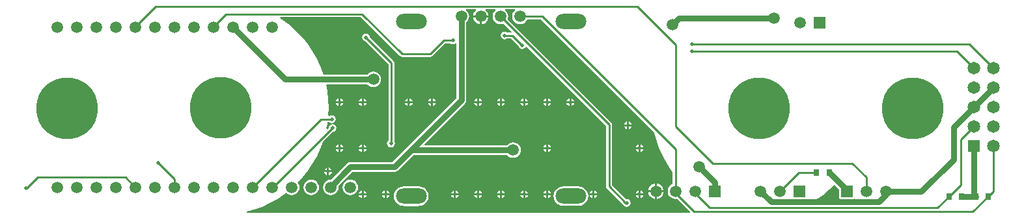
<source format=gtl>
G04 Layer_Physical_Order=1*
G04 Layer_Color=255*
%FSAX25Y25*%
%MOIN*%
G70*
G01*
G75*
%ADD10R,0.02756X0.03347*%
%ADD11C,0.31496*%
%ADD12C,0.02953*%
%ADD13C,0.01000*%
%ADD14C,0.03000*%
%ADD15R,0.06496X0.06496*%
%ADD16C,0.06496*%
%ADD17C,0.05905*%
%ADD18C,0.03937*%
%ADD19R,0.05905X0.05905*%
%ADD20C,0.05905*%
%ADD21C,0.05910*%
%ADD22O,0.15748X0.07874*%
%ADD23C,0.01968*%
G36*
X0432418Y0377971D02*
X0432054Y0377691D01*
X0431420Y0376865D01*
X0431021Y0375903D01*
X0430885Y0374870D01*
X0431021Y0373838D01*
X0431420Y0372876D01*
X0432054Y0372049D01*
X0432880Y0371416D01*
X0433842Y0371017D01*
X0434874Y0370881D01*
X0435906Y0371017D01*
X0436868Y0371416D01*
X0437695Y0372049D01*
X0438329Y0372876D01*
X0438521Y0373341D01*
X0445496D01*
X0503701Y0315136D01*
X0503763Y0314823D01*
X0504939Y0310654D01*
X0506438Y0306591D01*
X0508251Y0302658D01*
X0510368Y0298879D01*
X0512774Y0295277D01*
X0512971Y0295028D01*
Y0288645D01*
X0512507Y0288453D01*
X0511681Y0287819D01*
X0511047Y0286993D01*
X0510649Y0286032D01*
X0510513Y0285000D01*
X0510649Y0283968D01*
X0511047Y0283007D01*
X0511681Y0282181D01*
X0512507Y0281547D01*
X0513468Y0281149D01*
X0514500Y0281013D01*
X0515228Y0281109D01*
X0521929Y0274408D01*
X0521738Y0273946D01*
X0294939D01*
X0294870Y0274446D01*
X0298746Y0275539D01*
X0302809Y0277038D01*
X0306742Y0278852D01*
X0310521Y0280968D01*
X0314123Y0283374D01*
X0315187Y0284213D01*
X0316007Y0283584D01*
X0316968Y0283186D01*
X0318000Y0283050D01*
X0319032Y0283186D01*
X0319993Y0283584D01*
X0320819Y0284218D01*
X0321453Y0285044D01*
X0321851Y0286005D01*
X0321987Y0287037D01*
X0321851Y0288069D01*
X0321453Y0289030D01*
X0321128Y0289454D01*
X0323644Y0292176D01*
X0326326Y0295577D01*
X0328732Y0299179D01*
X0330849Y0302958D01*
X0332662Y0306891D01*
X0333952Y0310390D01*
X0339074Y0315512D01*
X0339674Y0315631D01*
X0340331Y0316069D01*
X0340769Y0316726D01*
X0340923Y0317500D01*
X0340769Y0318274D01*
X0340331Y0318931D01*
X0339674Y0319369D01*
X0338900Y0319523D01*
X0338126Y0319369D01*
X0337469Y0318931D01*
X0337031Y0318274D01*
X0336912Y0317674D01*
X0336188Y0316951D01*
X0335747Y0317187D01*
X0336181Y0319371D01*
X0336312Y0320471D01*
X0337217D01*
X0337726Y0320131D01*
X0338500Y0319977D01*
X0339274Y0320131D01*
X0339931Y0320569D01*
X0340369Y0321226D01*
X0340523Y0322000D01*
X0340369Y0322774D01*
X0339931Y0323431D01*
X0339274Y0323869D01*
X0338500Y0324023D01*
X0337726Y0323869D01*
X0337217Y0323529D01*
X0337134D01*
X0336705Y0324029D01*
X0336861Y0328000D01*
X0336691Y0332328D01*
X0336181Y0336629D01*
X0335598Y0339564D01*
X0335915Y0339951D01*
X0356774D01*
X0356981Y0339681D01*
X0357807Y0339047D01*
X0358768Y0338649D01*
X0359800Y0338513D01*
X0360832Y0338649D01*
X0361793Y0339047D01*
X0362619Y0339681D01*
X0363253Y0340507D01*
X0363651Y0341468D01*
X0363787Y0342500D01*
X0363651Y0343532D01*
X0363253Y0344493D01*
X0362619Y0345319D01*
X0361793Y0345953D01*
X0360832Y0346351D01*
X0359800Y0346487D01*
X0358768Y0346351D01*
X0357807Y0345953D01*
X0356981Y0345319D01*
X0356774Y0345049D01*
X0334160D01*
X0332662Y0349109D01*
X0330849Y0353042D01*
X0328732Y0356821D01*
X0326326Y0360423D01*
X0323644Y0363824D01*
X0320705Y0367004D01*
X0317524Y0369945D01*
X0314123Y0372626D01*
X0312078Y0373992D01*
X0312223Y0374471D01*
X0353366D01*
X0373419Y0354419D01*
X0373915Y0354087D01*
X0374500Y0353971D01*
X0389000D01*
X0389585Y0354087D01*
X0390081Y0354419D01*
X0396634Y0360971D01*
X0399217D01*
X0399726Y0360631D01*
X0400500Y0360477D01*
X0401274Y0360631D01*
X0401786Y0360973D01*
X0402286Y0360769D01*
Y0332827D01*
X0369507Y0300049D01*
X0347963D01*
X0346988Y0299855D01*
X0346161Y0299302D01*
X0337864Y0291006D01*
X0336968Y0290888D01*
X0336007Y0290490D01*
X0335181Y0289856D01*
X0334547Y0289030D01*
X0334149Y0288069D01*
X0334013Y0287037D01*
X0334149Y0286005D01*
X0334547Y0285044D01*
X0335181Y0284218D01*
X0336007Y0283584D01*
X0336968Y0283186D01*
X0338000Y0283050D01*
X0339032Y0283186D01*
X0339993Y0283584D01*
X0340819Y0284218D01*
X0341453Y0285044D01*
X0341851Y0286005D01*
X0341987Y0287037D01*
X0341884Y0287816D01*
X0349019Y0294951D01*
X0370563D01*
X0371538Y0295145D01*
X0372365Y0295698D01*
X0380319Y0303651D01*
X0428374D01*
X0428581Y0303381D01*
X0429407Y0302747D01*
X0430368Y0302349D01*
X0431400Y0302213D01*
X0432432Y0302349D01*
X0433393Y0302747D01*
X0434219Y0303381D01*
X0434853Y0304207D01*
X0435251Y0305168D01*
X0435387Y0306200D01*
X0435251Y0307232D01*
X0434853Y0308193D01*
X0434219Y0309019D01*
X0433393Y0309653D01*
X0432432Y0310051D01*
X0431400Y0310187D01*
X0430368Y0310051D01*
X0429407Y0309653D01*
X0428581Y0309019D01*
X0428374Y0308749D01*
X0386070D01*
X0385879Y0309211D01*
X0406637Y0329969D01*
X0407190Y0330796D01*
X0407384Y0331772D01*
Y0371844D01*
X0407654Y0372051D01*
X0408287Y0372877D01*
X0408686Y0373838D01*
X0408821Y0374870D01*
X0408686Y0375902D01*
X0408287Y0376864D01*
X0407654Y0377689D01*
X0407287Y0377971D01*
X0407457Y0378471D01*
X0412260D01*
X0412430Y0377971D01*
X0412014Y0377651D01*
X0411380Y0376825D01*
X0410982Y0375863D01*
X0410912Y0375331D01*
X0418758D01*
X0418688Y0375863D01*
X0418289Y0376825D01*
X0417655Y0377651D01*
X0417239Y0377971D01*
X0417409Y0378471D01*
X0422261D01*
X0422430Y0377971D01*
X0422014Y0377651D01*
X0421380Y0376825D01*
X0420982Y0375863D01*
X0420846Y0374831D01*
X0420982Y0373798D01*
X0421380Y0372836D01*
X0422014Y0372010D01*
X0422840Y0371376D01*
X0423802Y0370978D01*
X0424835Y0370842D01*
X0425867Y0370978D01*
X0426332Y0371170D01*
X0430511Y0366991D01*
X0430320Y0366529D01*
X0428283D01*
X0427774Y0366869D01*
X0427000Y0367023D01*
X0426226Y0366869D01*
X0425569Y0366431D01*
X0425131Y0365774D01*
X0424977Y0365000D01*
X0425131Y0364226D01*
X0425569Y0363569D01*
X0426226Y0363131D01*
X0427000Y0362977D01*
X0427774Y0363131D01*
X0428283Y0363471D01*
X0430367D01*
X0434012Y0359825D01*
X0434131Y0359226D01*
X0434569Y0358569D01*
X0435226Y0358131D01*
X0436000Y0357977D01*
X0436774Y0358131D01*
X0437431Y0358569D01*
X0437749Y0359046D01*
X0438330Y0359173D01*
X0478971Y0318532D01*
Y0287500D01*
X0479087Y0286915D01*
X0479419Y0286419D01*
X0487670Y0278167D01*
X0488069Y0277569D01*
X0488726Y0277131D01*
X0489500Y0276977D01*
X0490274Y0277131D01*
X0490931Y0277569D01*
X0491369Y0278226D01*
X0491523Y0279000D01*
X0491369Y0279774D01*
X0490931Y0280431D01*
X0490274Y0280869D01*
X0489500Y0281023D01*
X0489199Y0280963D01*
X0482029Y0288134D01*
Y0319165D01*
X0481913Y0319751D01*
X0481581Y0320247D01*
X0428495Y0373333D01*
X0428688Y0373798D01*
X0428824Y0374831D01*
X0428688Y0375863D01*
X0428289Y0376825D01*
X0427655Y0377651D01*
X0427239Y0377971D01*
X0427409Y0378471D01*
X0432249D01*
X0432418Y0377971D01*
D02*
G37*
G36*
X0598328Y0285916D02*
Y0281947D01*
X0598405Y0281557D01*
X0598626Y0281226D01*
X0598957Y0281005D01*
X0599347Y0280928D01*
X0605253D01*
X0605643Y0281005D01*
X0605974Y0281226D01*
X0606057Y0281351D01*
X0607079Y0280668D01*
X0610858Y0278552D01*
X0611107Y0278436D01*
X0611000Y0277948D01*
X0582300D01*
X0582193Y0278436D01*
X0582442Y0278552D01*
X0586221Y0280668D01*
X0589823Y0283074D01*
X0593224Y0285755D01*
X0595959Y0288284D01*
X0598328Y0285916D01*
D02*
G37*
%LPC*%
G36*
X0471941Y0285388D02*
X0471667Y0285334D01*
X0471010Y0284895D01*
X0470572Y0284239D01*
X0470517Y0283964D01*
X0471941D01*
Y0285388D01*
D02*
G37*
G36*
X0449319D02*
Y0283964D01*
X0450742D01*
X0450688Y0284239D01*
X0450249Y0284895D01*
X0449593Y0285334D01*
X0449319Y0285388D01*
D02*
G37*
G36*
X0448319D02*
X0448044Y0285334D01*
X0447388Y0284895D01*
X0446950Y0284239D01*
X0446895Y0283964D01*
X0448319D01*
Y0285388D01*
D02*
G37*
G36*
X0496563D02*
Y0283964D01*
X0497987D01*
X0497932Y0284239D01*
X0497493Y0284895D01*
X0496837Y0285334D01*
X0496563Y0285388D01*
D02*
G37*
G36*
X0495563D02*
X0495289Y0285334D01*
X0494632Y0284895D01*
X0494194Y0284239D01*
X0494139Y0283964D01*
X0495563D01*
Y0285388D01*
D02*
G37*
G36*
X0472941D02*
Y0283964D01*
X0474365D01*
X0474310Y0284239D01*
X0473871Y0284895D01*
X0473215Y0285334D01*
X0472941Y0285388D01*
D02*
G37*
G36*
X0437508D02*
Y0283964D01*
X0438931D01*
X0438877Y0284239D01*
X0438438Y0284895D01*
X0437782Y0285334D01*
X0437508Y0285388D01*
D02*
G37*
G36*
X0413886D02*
Y0283964D01*
X0415309D01*
X0415255Y0284239D01*
X0414816Y0284895D01*
X0414160Y0285334D01*
X0413886Y0285388D01*
D02*
G37*
G36*
X0412886D02*
X0412611Y0285334D01*
X0411955Y0284895D01*
X0411517Y0284239D01*
X0411462Y0283964D01*
X0412886D01*
Y0285388D01*
D02*
G37*
G36*
X0402075D02*
Y0283964D01*
X0403498D01*
X0403444Y0284239D01*
X0403005Y0284895D01*
X0402349Y0285334D01*
X0402075Y0285388D01*
D02*
G37*
G36*
X0436508D02*
X0436234Y0285334D01*
X0435577Y0284895D01*
X0435139Y0284239D01*
X0435084Y0283964D01*
X0436508D01*
Y0285388D01*
D02*
G37*
G36*
X0425697D02*
Y0283964D01*
X0427120D01*
X0427066Y0284239D01*
X0426627Y0284895D01*
X0425971Y0285334D01*
X0425697Y0285388D01*
D02*
G37*
G36*
X0424697D02*
X0424423Y0285334D01*
X0423766Y0284895D01*
X0423328Y0284239D01*
X0423273Y0283964D01*
X0424697D01*
Y0285388D01*
D02*
G37*
G36*
X0344443Y0306587D02*
X0343020D01*
Y0305163D01*
X0343294Y0305217D01*
X0343950Y0305656D01*
X0344389Y0306312D01*
X0344443Y0306587D01*
D02*
G37*
G36*
X0342020D02*
X0340596D01*
X0340651Y0306312D01*
X0341089Y0305656D01*
X0341745Y0305217D01*
X0342020Y0305163D01*
Y0306587D01*
D02*
G37*
G36*
X0337114Y0297199D02*
Y0295776D01*
X0338538D01*
X0338483Y0296050D01*
X0338045Y0296706D01*
X0337388Y0297145D01*
X0337114Y0297199D01*
D02*
G37*
G36*
X0448319Y0306587D02*
X0446895D01*
X0446950Y0306312D01*
X0447388Y0305656D01*
X0448044Y0305217D01*
X0448319Y0305163D01*
Y0306587D01*
D02*
G37*
G36*
X0356254D02*
X0354831D01*
Y0305163D01*
X0355105Y0305217D01*
X0355761Y0305656D01*
X0356200Y0306312D01*
X0356254Y0306587D01*
D02*
G37*
G36*
X0353831D02*
X0352407D01*
X0352462Y0306312D01*
X0352900Y0305656D01*
X0353556Y0305217D01*
X0353831Y0305163D01*
Y0306587D01*
D02*
G37*
G36*
X0336114Y0297199D02*
X0335840Y0297145D01*
X0335184Y0296706D01*
X0334745Y0296050D01*
X0334690Y0295776D01*
X0336114D01*
Y0297199D01*
D02*
G37*
G36*
X0464811Y0287459D02*
X0456985D01*
X0456919Y0287446D01*
X0456852Y0287450D01*
X0455824Y0287315D01*
X0455744Y0287288D01*
X0455672Y0287278D01*
X0455619Y0287257D01*
X0455567Y0287246D01*
X0454609Y0286849D01*
X0454565Y0286820D01*
X0454471Y0286781D01*
X0454401Y0286728D01*
X0454379Y0286716D01*
X0453556Y0286085D01*
X0453539Y0286066D01*
X0453440Y0285990D01*
X0453370Y0285899D01*
X0453368Y0285897D01*
X0452737Y0285075D01*
X0452736Y0285072D01*
X0452648Y0284958D01*
X0452151Y0283757D01*
X0451981Y0282469D01*
X0452151Y0281180D01*
X0452648Y0279979D01*
X0452736Y0279865D01*
X0452737Y0279862D01*
X0453368Y0279040D01*
X0453370Y0279038D01*
X0453440Y0278947D01*
X0453539Y0278871D01*
X0453556Y0278852D01*
X0454379Y0278221D01*
X0454401Y0278209D01*
X0454471Y0278156D01*
X0454565Y0278117D01*
X0454609Y0278088D01*
X0455567Y0277691D01*
X0455619Y0277680D01*
X0455672Y0277659D01*
X0455744Y0277649D01*
X0455824Y0277622D01*
X0456852Y0277487D01*
X0456919Y0277491D01*
X0456985Y0277478D01*
X0464811D01*
X0464877Y0277491D01*
X0464944Y0277487D01*
X0465972Y0277622D01*
X0466051Y0277649D01*
X0466123Y0277659D01*
X0466176Y0277680D01*
X0466229Y0277691D01*
X0467186Y0278088D01*
X0467231Y0278117D01*
X0467324Y0278156D01*
X0467394Y0278209D01*
X0467417Y0278221D01*
X0468239Y0278852D01*
X0468256Y0278871D01*
X0468356Y0278947D01*
X0468425Y0279038D01*
X0468427Y0279040D01*
X0469059Y0279862D01*
X0469060Y0279865D01*
X0469147Y0279979D01*
X0469645Y0281180D01*
X0469814Y0282469D01*
X0469645Y0283757D01*
X0469147Y0284958D01*
X0469060Y0285072D01*
X0469059Y0285075D01*
X0468427Y0285897D01*
X0468425Y0285899D01*
X0468356Y0285990D01*
X0468256Y0286066D01*
X0468239Y0286085D01*
X0467417Y0286716D01*
X0467394Y0286728D01*
X0467324Y0286781D01*
X0467231Y0286820D01*
X0467186Y0286849D01*
X0466229Y0287246D01*
X0466176Y0287257D01*
X0466123Y0287278D01*
X0466051Y0287288D01*
X0465972Y0287315D01*
X0464944Y0287450D01*
X0464877Y0287446D01*
X0464811Y0287459D01*
D02*
G37*
G36*
X0505000Y0288921D02*
Y0285500D01*
X0508421D01*
X0508351Y0286032D01*
X0507953Y0286993D01*
X0507319Y0287819D01*
X0506493Y0288453D01*
X0505532Y0288851D01*
X0505000Y0288921D01*
D02*
G37*
G36*
X0504000D02*
X0503468Y0288851D01*
X0502507Y0288453D01*
X0501681Y0287819D01*
X0501047Y0286993D01*
X0500649Y0286032D01*
X0500579Y0285500D01*
X0504000D01*
Y0288921D01*
D02*
G37*
G36*
X0338538Y0294776D02*
X0337114D01*
Y0293352D01*
X0337388Y0293406D01*
X0338045Y0293845D01*
X0338483Y0294501D01*
X0338538Y0294776D01*
D02*
G37*
G36*
X0336114D02*
X0334690D01*
X0334745Y0294501D01*
X0335184Y0293845D01*
X0335840Y0293406D01*
X0336114Y0293352D01*
Y0294776D01*
D02*
G37*
G36*
X0383015Y0287523D02*
X0375315D01*
X0375249Y0287509D01*
X0375182Y0287514D01*
X0374138Y0287376D01*
X0374043Y0287344D01*
X0374010Y0287340D01*
X0373979Y0287327D01*
X0373881Y0287308D01*
X0372908Y0286905D01*
X0372824Y0286849D01*
X0372794Y0286836D01*
X0372767Y0286816D01*
X0372677Y0286771D01*
X0371842Y0286130D01*
X0371776Y0286055D01*
X0371749Y0286034D01*
X0371729Y0286008D01*
X0371712Y0285994D01*
X0371707Y0285990D01*
X0371706Y0285988D01*
X0371654Y0285942D01*
X0371012Y0285106D01*
X0370982Y0285044D01*
X0370916Y0284958D01*
X0370886Y0284885D01*
X0370879Y0284876D01*
X0370476Y0283903D01*
X0370474Y0283892D01*
X0370418Y0283757D01*
X0370249Y0282469D01*
X0370418Y0281180D01*
X0370474Y0281045D01*
X0370476Y0281034D01*
X0370879Y0280061D01*
X0370886Y0280052D01*
X0370916Y0279979D01*
X0370982Y0279893D01*
X0371012Y0279831D01*
X0371654Y0278995D01*
X0371706Y0278949D01*
X0371707Y0278947D01*
X0371712Y0278943D01*
X0371729Y0278929D01*
X0371749Y0278903D01*
X0371776Y0278882D01*
X0371842Y0278807D01*
X0372677Y0278166D01*
X0372767Y0278121D01*
X0372794Y0278101D01*
X0372824Y0278088D01*
X0372908Y0278032D01*
X0373881Y0277629D01*
X0373979Y0277610D01*
X0374010Y0277597D01*
X0374043Y0277593D01*
X0374138Y0277561D01*
X0375182Y0277423D01*
X0375249Y0277428D01*
X0375315Y0277414D01*
X0383015D01*
X0383081Y0277428D01*
X0383148Y0277423D01*
X0384193Y0277561D01*
X0384288Y0277593D01*
X0384321Y0277597D01*
X0384351Y0277610D01*
X0384450Y0277629D01*
X0385423Y0278032D01*
X0385506Y0278088D01*
X0385537Y0278101D01*
X0385563Y0278121D01*
X0385653Y0278166D01*
X0386489Y0278807D01*
X0386555Y0278882D01*
X0386581Y0278903D01*
X0386601Y0278929D01*
X0386618Y0278943D01*
X0386624Y0278947D01*
X0386625Y0278949D01*
X0386677Y0278995D01*
X0387318Y0279831D01*
X0387349Y0279893D01*
X0387415Y0279979D01*
X0387445Y0280052D01*
X0387451Y0280061D01*
X0387854Y0281034D01*
X0387857Y0281045D01*
X0387912Y0281180D01*
X0388082Y0282469D01*
X0387912Y0283757D01*
X0387857Y0283892D01*
X0387854Y0283903D01*
X0387451Y0284876D01*
X0387445Y0284885D01*
X0387415Y0284958D01*
X0387349Y0285044D01*
X0387318Y0285106D01*
X0386677Y0285942D01*
X0386625Y0285988D01*
X0386624Y0285990D01*
X0386618Y0285994D01*
X0386601Y0286008D01*
X0386581Y0286034D01*
X0386555Y0286055D01*
X0386489Y0286130D01*
X0385653Y0286771D01*
X0385563Y0286816D01*
X0385537Y0286836D01*
X0385506Y0286849D01*
X0385423Y0286905D01*
X0384450Y0287308D01*
X0384351Y0287327D01*
X0384321Y0287340D01*
X0384288Y0287344D01*
X0384193Y0287376D01*
X0383148Y0287514D01*
X0383081Y0287509D01*
X0383015Y0287523D01*
D02*
G37*
G36*
X0401075Y0285388D02*
X0400801Y0285334D01*
X0400144Y0284895D01*
X0399706Y0284239D01*
X0399651Y0283964D01*
X0401075D01*
Y0285388D01*
D02*
G37*
G36*
X0415309Y0282964D02*
X0413886D01*
Y0281541D01*
X0414160Y0281595D01*
X0414816Y0282034D01*
X0415255Y0282690D01*
X0415309Y0282964D01*
D02*
G37*
G36*
X0412886D02*
X0411462D01*
X0411517Y0282690D01*
X0411955Y0282034D01*
X0412611Y0281595D01*
X0412886Y0281541D01*
Y0282964D01*
D02*
G37*
G36*
X0403498D02*
X0402075D01*
Y0281541D01*
X0402349Y0281595D01*
X0403005Y0282034D01*
X0403444Y0282690D01*
X0403498Y0282964D01*
D02*
G37*
G36*
X0436508D02*
X0435084D01*
X0435139Y0282690D01*
X0435577Y0282034D01*
X0436234Y0281595D01*
X0436508Y0281541D01*
Y0282964D01*
D02*
G37*
G36*
X0427120D02*
X0425697D01*
Y0281541D01*
X0425971Y0281595D01*
X0426627Y0282034D01*
X0427066Y0282690D01*
X0427120Y0282964D01*
D02*
G37*
G36*
X0424697D02*
X0423273D01*
X0423328Y0282690D01*
X0423766Y0282034D01*
X0424423Y0281595D01*
X0424697Y0281541D01*
Y0282964D01*
D02*
G37*
G36*
X0401075D02*
X0399651D01*
X0399706Y0282690D01*
X0400144Y0282034D01*
X0400801Y0281595D01*
X0401075Y0281541D01*
Y0282964D01*
D02*
G37*
G36*
X0353831D02*
X0352407D01*
X0352462Y0282690D01*
X0352900Y0282034D01*
X0353556Y0281595D01*
X0353831Y0281541D01*
Y0282964D01*
D02*
G37*
G36*
X0508421Y0284500D02*
X0505000D01*
Y0281079D01*
X0505532Y0281149D01*
X0506493Y0281547D01*
X0507319Y0282181D01*
X0507953Y0283007D01*
X0508351Y0283968D01*
X0508421Y0284500D01*
D02*
G37*
G36*
X0504000D02*
X0500579D01*
X0500649Y0283968D01*
X0501047Y0283007D01*
X0501681Y0282181D01*
X0502507Y0281547D01*
X0503468Y0281149D01*
X0504000Y0281079D01*
Y0284500D01*
D02*
G37*
G36*
X0368065Y0282964D02*
X0366642D01*
Y0281541D01*
X0366916Y0281595D01*
X0367572Y0282034D01*
X0368011Y0282690D01*
X0368065Y0282964D01*
D02*
G37*
G36*
X0365642D02*
X0364218D01*
X0364272Y0282690D01*
X0364711Y0282034D01*
X0365367Y0281595D01*
X0365642Y0281541D01*
Y0282964D01*
D02*
G37*
G36*
X0356254D02*
X0354831D01*
Y0281541D01*
X0355105Y0281595D01*
X0355761Y0282034D01*
X0356200Y0282690D01*
X0356254Y0282964D01*
D02*
G37*
G36*
X0353831Y0285388D02*
X0353556Y0285334D01*
X0352900Y0284895D01*
X0352462Y0284239D01*
X0352407Y0283964D01*
X0353831D01*
Y0285388D01*
D02*
G37*
G36*
X0348000Y0291024D02*
X0346968Y0290888D01*
X0346007Y0290490D01*
X0345181Y0289856D01*
X0344547Y0289030D01*
X0344149Y0288069D01*
X0344013Y0287037D01*
X0344149Y0286005D01*
X0344547Y0285044D01*
X0345181Y0284218D01*
X0346007Y0283584D01*
X0346968Y0283186D01*
X0348000Y0283050D01*
X0349032Y0283186D01*
X0349993Y0283584D01*
X0350819Y0284218D01*
X0351453Y0285044D01*
X0351851Y0286005D01*
X0351987Y0287037D01*
X0351851Y0288069D01*
X0351453Y0289030D01*
X0350819Y0289856D01*
X0349993Y0290490D01*
X0349032Y0290888D01*
X0348000Y0291024D01*
D02*
G37*
G36*
X0328000D02*
X0326968Y0290888D01*
X0326007Y0290490D01*
X0325181Y0289856D01*
X0324547Y0289030D01*
X0324149Y0288069D01*
X0324013Y0287037D01*
X0324149Y0286005D01*
X0324547Y0285044D01*
X0325181Y0284218D01*
X0326007Y0283584D01*
X0326968Y0283186D01*
X0328000Y0283050D01*
X0329032Y0283186D01*
X0329993Y0283584D01*
X0330819Y0284218D01*
X0331453Y0285044D01*
X0331851Y0286005D01*
X0331987Y0287037D01*
X0331851Y0288069D01*
X0331453Y0289030D01*
X0330819Y0289856D01*
X0329993Y0290490D01*
X0329032Y0290888D01*
X0328000Y0291024D01*
D02*
G37*
G36*
X0366642Y0285388D02*
Y0283964D01*
X0368065D01*
X0368011Y0284239D01*
X0367572Y0284895D01*
X0366916Y0285334D01*
X0366642Y0285388D01*
D02*
G37*
G36*
X0365642D02*
X0365367Y0285334D01*
X0364711Y0284895D01*
X0364272Y0284239D01*
X0364218Y0283964D01*
X0365642D01*
Y0285388D01*
D02*
G37*
G36*
X0354831D02*
Y0283964D01*
X0356254D01*
X0356200Y0284239D01*
X0355761Y0284895D01*
X0355105Y0285334D01*
X0354831Y0285388D01*
D02*
G37*
G36*
X0497987Y0282964D02*
X0496563D01*
Y0281541D01*
X0496837Y0281595D01*
X0497493Y0282034D01*
X0497932Y0282690D01*
X0497987Y0282964D01*
D02*
G37*
G36*
X0450742D02*
X0449319D01*
Y0281541D01*
X0449593Y0281595D01*
X0450249Y0282034D01*
X0450688Y0282690D01*
X0450742Y0282964D01*
D02*
G37*
G36*
X0448319D02*
X0446895D01*
X0446950Y0282690D01*
X0447388Y0282034D01*
X0448044Y0281595D01*
X0448319Y0281541D01*
Y0282964D01*
D02*
G37*
G36*
X0438931D02*
X0437508D01*
Y0281541D01*
X0437782Y0281595D01*
X0438438Y0282034D01*
X0438877Y0282690D01*
X0438931Y0282964D01*
D02*
G37*
G36*
X0495563D02*
X0494139D01*
X0494194Y0282690D01*
X0494632Y0282034D01*
X0495289Y0281595D01*
X0495563Y0281541D01*
Y0282964D01*
D02*
G37*
G36*
X0474365D02*
X0472941D01*
Y0281541D01*
X0473215Y0281595D01*
X0473871Y0282034D01*
X0474310Y0282690D01*
X0474365Y0282964D01*
D02*
G37*
G36*
X0471941D02*
X0470517D01*
X0470572Y0282690D01*
X0471010Y0282034D01*
X0471667Y0281595D01*
X0471941Y0281541D01*
Y0282964D01*
D02*
G37*
G36*
X0353831Y0332632D02*
X0353556Y0332578D01*
X0352900Y0332139D01*
X0352462Y0331483D01*
X0352407Y0331209D01*
X0353831D01*
Y0332632D01*
D02*
G37*
G36*
X0343020D02*
Y0331209D01*
X0344443D01*
X0344389Y0331483D01*
X0343950Y0332139D01*
X0343294Y0332578D01*
X0343020Y0332632D01*
D02*
G37*
G36*
X0342020D02*
X0341745Y0332578D01*
X0341089Y0332139D01*
X0340651Y0331483D01*
X0340596Y0331209D01*
X0342020D01*
Y0332632D01*
D02*
G37*
G36*
X0378453D02*
Y0331209D01*
X0379876D01*
X0379822Y0331483D01*
X0379383Y0332139D01*
X0378727Y0332578D01*
X0378453Y0332632D01*
D02*
G37*
G36*
X0377453D02*
X0377178Y0332578D01*
X0376522Y0332139D01*
X0376083Y0331483D01*
X0376029Y0331209D01*
X0377453D01*
Y0332632D01*
D02*
G37*
G36*
X0354831D02*
Y0331209D01*
X0356254D01*
X0356200Y0331483D01*
X0355761Y0332139D01*
X0355105Y0332578D01*
X0354831Y0332632D01*
D02*
G37*
G36*
X0462553Y0330209D02*
X0461130D01*
Y0328785D01*
X0461404Y0328839D01*
X0462060Y0329278D01*
X0462499Y0329934D01*
X0462553Y0330209D01*
D02*
G37*
G36*
X0438931D02*
X0437508D01*
Y0328785D01*
X0437782Y0328839D01*
X0438438Y0329278D01*
X0438877Y0329934D01*
X0438931Y0330209D01*
D02*
G37*
G36*
X0436508D02*
X0435084D01*
X0435139Y0329934D01*
X0435577Y0329278D01*
X0436234Y0328839D01*
X0436508Y0328785D01*
Y0330209D01*
D02*
G37*
G36*
X0427120D02*
X0425697D01*
Y0328785D01*
X0425971Y0328839D01*
X0426627Y0329278D01*
X0427066Y0329934D01*
X0427120Y0330209D01*
D02*
G37*
G36*
X0460130D02*
X0458706D01*
X0458761Y0329934D01*
X0459199Y0329278D01*
X0459856Y0328839D01*
X0460130Y0328785D01*
Y0330209D01*
D02*
G37*
G36*
X0450742D02*
X0449319D01*
Y0328785D01*
X0449593Y0328839D01*
X0450249Y0329278D01*
X0450688Y0329934D01*
X0450742Y0330209D01*
D02*
G37*
G36*
X0448319D02*
X0446895D01*
X0446950Y0329934D01*
X0447388Y0329278D01*
X0448044Y0328839D01*
X0448319Y0328785D01*
Y0330209D01*
D02*
G37*
G36*
X0389264Y0332632D02*
X0388989Y0332578D01*
X0388333Y0332139D01*
X0387895Y0331483D01*
X0387840Y0331209D01*
X0389264D01*
Y0332632D01*
D02*
G37*
G36*
X0460130D02*
X0459856Y0332578D01*
X0459199Y0332139D01*
X0458761Y0331483D01*
X0458706Y0331209D01*
X0460130D01*
Y0332632D01*
D02*
G37*
G36*
X0449319D02*
Y0331209D01*
X0450742D01*
X0450688Y0331483D01*
X0450249Y0332139D01*
X0449593Y0332578D01*
X0449319Y0332632D01*
D02*
G37*
G36*
X0448319D02*
X0448044Y0332578D01*
X0447388Y0332139D01*
X0446950Y0331483D01*
X0446895Y0331209D01*
X0448319D01*
Y0332632D01*
D02*
G37*
G36*
X0418758Y0374331D02*
X0415335D01*
Y0370908D01*
X0415867Y0370978D01*
X0416829Y0371376D01*
X0417655Y0372010D01*
X0418289Y0372836D01*
X0418688Y0373798D01*
X0418758Y0374331D01*
D02*
G37*
G36*
X0414335D02*
X0410912D01*
X0410982Y0373798D01*
X0411380Y0372836D01*
X0412014Y0372010D01*
X0412840Y0371376D01*
X0413802Y0370978D01*
X0414335Y0370908D01*
Y0374331D01*
D02*
G37*
G36*
X0461130Y0332632D02*
Y0331209D01*
X0462553D01*
X0462499Y0331483D01*
X0462060Y0332139D01*
X0461404Y0332578D01*
X0461130Y0332632D01*
D02*
G37*
G36*
X0437508D02*
Y0331209D01*
X0438931D01*
X0438877Y0331483D01*
X0438438Y0332139D01*
X0437782Y0332578D01*
X0437508Y0332632D01*
D02*
G37*
G36*
X0413886D02*
Y0331209D01*
X0415309D01*
X0415255Y0331483D01*
X0414816Y0332139D01*
X0414160Y0332578D01*
X0413886Y0332632D01*
D02*
G37*
G36*
X0412886D02*
X0412611Y0332578D01*
X0411955Y0332139D01*
X0411517Y0331483D01*
X0411462Y0331209D01*
X0412886D01*
Y0332632D01*
D02*
G37*
G36*
X0390264D02*
Y0331209D01*
X0391687D01*
X0391633Y0331483D01*
X0391194Y0332139D01*
X0390538Y0332578D01*
X0390264Y0332632D01*
D02*
G37*
G36*
X0436508D02*
X0436234Y0332578D01*
X0435577Y0332139D01*
X0435139Y0331483D01*
X0435084Y0331209D01*
X0436508D01*
Y0332632D01*
D02*
G37*
G36*
X0425697D02*
Y0331209D01*
X0427120D01*
X0427066Y0331483D01*
X0426627Y0332139D01*
X0425971Y0332578D01*
X0425697Y0332632D01*
D02*
G37*
G36*
X0424697D02*
X0424423Y0332578D01*
X0423766Y0332139D01*
X0423328Y0331483D01*
X0423273Y0331209D01*
X0424697D01*
Y0332632D01*
D02*
G37*
G36*
X0449319Y0309010D02*
Y0307587D01*
X0450742D01*
X0450688Y0307861D01*
X0450249Y0308517D01*
X0449593Y0308956D01*
X0449319Y0309010D01*
D02*
G37*
G36*
X0448319D02*
X0448044Y0308956D01*
X0447388Y0308517D01*
X0446950Y0307861D01*
X0446895Y0307587D01*
X0448319D01*
Y0309010D01*
D02*
G37*
G36*
X0354831D02*
Y0307587D01*
X0356254D01*
X0356200Y0307861D01*
X0355761Y0308517D01*
X0355105Y0308956D01*
X0354831Y0309010D01*
D02*
G37*
G36*
X0489657Y0318397D02*
X0488234D01*
X0488288Y0318123D01*
X0488727Y0317467D01*
X0489383Y0317028D01*
X0489657Y0316974D01*
Y0318397D01*
D02*
G37*
G36*
X0496563Y0309010D02*
Y0307587D01*
X0497987D01*
X0497932Y0307861D01*
X0497493Y0308517D01*
X0496837Y0308956D01*
X0496563Y0309010D01*
D02*
G37*
G36*
X0495563D02*
X0495289Y0308956D01*
X0494632Y0308517D01*
X0494194Y0307861D01*
X0494139Y0307587D01*
X0495563D01*
Y0309010D01*
D02*
G37*
G36*
X0353831D02*
X0353556Y0308956D01*
X0352900Y0308517D01*
X0352462Y0307861D01*
X0352407Y0307587D01*
X0353831D01*
Y0309010D01*
D02*
G37*
G36*
X0497987Y0306587D02*
X0496563D01*
Y0305163D01*
X0496837Y0305217D01*
X0497493Y0305656D01*
X0497932Y0306312D01*
X0497987Y0306587D01*
D02*
G37*
G36*
X0495563D02*
X0494139D01*
X0494194Y0306312D01*
X0494632Y0305656D01*
X0495289Y0305217D01*
X0495563Y0305163D01*
Y0306587D01*
D02*
G37*
G36*
X0450742D02*
X0449319D01*
Y0305163D01*
X0449593Y0305217D01*
X0450249Y0305656D01*
X0450688Y0306312D01*
X0450742Y0306587D01*
D02*
G37*
G36*
X0343020Y0309010D02*
Y0307587D01*
X0344443D01*
X0344389Y0307861D01*
X0343950Y0308517D01*
X0343294Y0308956D01*
X0343020Y0309010D01*
D02*
G37*
G36*
X0342020D02*
X0341745Y0308956D01*
X0341089Y0308517D01*
X0340651Y0307861D01*
X0340596Y0307587D01*
X0342020D01*
Y0309010D01*
D02*
G37*
G36*
X0356000Y0366023D02*
X0355226Y0365869D01*
X0354569Y0365431D01*
X0354131Y0364774D01*
X0353977Y0364000D01*
X0354131Y0363226D01*
X0354569Y0362569D01*
X0355226Y0362131D01*
X0355825Y0362012D01*
X0367471Y0350366D01*
Y0311098D01*
X0367369Y0311031D01*
X0366931Y0310374D01*
X0366777Y0309600D01*
X0366931Y0308826D01*
X0367369Y0308169D01*
X0368026Y0307731D01*
X0368800Y0307577D01*
X0369574Y0307731D01*
X0370231Y0308169D01*
X0370669Y0308826D01*
X0370823Y0309600D01*
X0370669Y0310374D01*
X0370529Y0310583D01*
Y0351000D01*
X0370413Y0351585D01*
X0370081Y0352081D01*
X0357988Y0364175D01*
X0357869Y0364774D01*
X0357431Y0365431D01*
X0356774Y0365869D01*
X0356000Y0366023D01*
D02*
G37*
G36*
X0492081Y0318397D02*
X0490657D01*
Y0316974D01*
X0490932Y0317028D01*
X0491588Y0317467D01*
X0492027Y0318123D01*
X0492081Y0318397D01*
D02*
G37*
G36*
X0391687Y0330209D02*
X0390264D01*
Y0328785D01*
X0390538Y0328839D01*
X0391194Y0329278D01*
X0391633Y0329934D01*
X0391687Y0330209D01*
D02*
G37*
G36*
X0389264D02*
X0387840D01*
X0387895Y0329934D01*
X0388333Y0329278D01*
X0388989Y0328839D01*
X0389264Y0328785D01*
Y0330209D01*
D02*
G37*
G36*
X0379876D02*
X0378453D01*
Y0328785D01*
X0378727Y0328839D01*
X0379383Y0329278D01*
X0379822Y0329934D01*
X0379876Y0330209D01*
D02*
G37*
G36*
X0424697D02*
X0423273D01*
X0423328Y0329934D01*
X0423766Y0329278D01*
X0424423Y0328839D01*
X0424697Y0328785D01*
Y0330209D01*
D02*
G37*
G36*
X0415309D02*
X0413886D01*
Y0328785D01*
X0414160Y0328839D01*
X0414816Y0329278D01*
X0415255Y0329934D01*
X0415309Y0330209D01*
D02*
G37*
G36*
X0412886D02*
X0411462D01*
X0411517Y0329934D01*
X0411955Y0329278D01*
X0412611Y0328839D01*
X0412886Y0328785D01*
Y0330209D01*
D02*
G37*
G36*
X0377453D02*
X0376029D01*
X0376083Y0329934D01*
X0376522Y0329278D01*
X0377178Y0328839D01*
X0377453Y0328785D01*
Y0330209D01*
D02*
G37*
G36*
X0342020D02*
X0340596D01*
X0340651Y0329934D01*
X0341089Y0329278D01*
X0341745Y0328839D01*
X0342020Y0328785D01*
Y0330209D01*
D02*
G37*
G36*
X0490657Y0320821D02*
Y0319397D01*
X0492081D01*
X0492027Y0319672D01*
X0491588Y0320328D01*
X0490932Y0320767D01*
X0490657Y0320821D01*
D02*
G37*
G36*
X0489657D02*
X0489383Y0320767D01*
X0488727Y0320328D01*
X0488288Y0319672D01*
X0488234Y0319397D01*
X0489657D01*
Y0320821D01*
D02*
G37*
G36*
X0356254Y0330209D02*
X0354831D01*
Y0328785D01*
X0355105Y0328839D01*
X0355761Y0329278D01*
X0356200Y0329934D01*
X0356254Y0330209D01*
D02*
G37*
G36*
X0353831D02*
X0352407D01*
X0352462Y0329934D01*
X0352900Y0329278D01*
X0353556Y0328839D01*
X0353831Y0328785D01*
Y0330209D01*
D02*
G37*
G36*
X0344443D02*
X0343020D01*
Y0328785D01*
X0343294Y0328839D01*
X0343950Y0329278D01*
X0344389Y0329934D01*
X0344443Y0330209D01*
D02*
G37*
%LPD*%
D10*
X0586661Y0294657D02*
D03*
X0593157D02*
D03*
X0654543Y0282343D02*
D03*
X0661039D02*
D03*
X0668161Y0282358D02*
D03*
X0674657D02*
D03*
D11*
X0557400Y0327700D02*
D03*
X0203100D02*
D03*
X0281700Y0328000D02*
D03*
X0635900Y0327700D02*
D03*
D12*
X0593157Y0294657D02*
X0602300Y0285514D01*
Y0284900D02*
Y0285514D01*
X0526500Y0297500D02*
X0534500Y0289500D01*
Y0285000D02*
Y0289500D01*
X0661039Y0282343D02*
X0668146D01*
X0668161Y0282358D01*
X0667218Y0283300D02*
Y0308183D01*
Y0283300D02*
X0668161Y0282358D01*
D13*
X0568000Y0285000D02*
X0577658Y0294657D01*
X0586661D01*
X0182300Y0286600D02*
X0187800Y0292100D01*
X0182100Y0286600D02*
X0182300D01*
X0533716Y0299184D02*
X0605116D01*
X0514700Y0318200D02*
X0533716Y0299184D01*
X0514700Y0318200D02*
Y0360400D01*
X0495100Y0380000D02*
X0514700Y0360400D01*
X0605116Y0299184D02*
X0612200Y0292100D01*
X0308437Y0287037D02*
X0338900Y0317500D01*
X0308000Y0287037D02*
X0308437D01*
X0612200Y0286000D02*
Y0292100D01*
X0258000Y0287037D02*
Y0291100D01*
X0249600Y0299500D02*
X0258000Y0291100D01*
X0232937Y0292100D02*
X0238000Y0287037D01*
X0187800Y0292100D02*
X0232937D01*
X0514500Y0284000D02*
Y0285000D01*
X0524500Y0284000D02*
Y0285000D01*
X0480500Y0287500D02*
Y0319165D01*
Y0287500D02*
X0489000Y0279000D01*
X0489500D01*
X0284337Y0376000D02*
X0354000D01*
X0374500Y0355500D01*
X0424835Y0374831D02*
X0480500Y0319165D01*
X0248337Y0380000D02*
X0495100D01*
X0434874Y0374870D02*
X0446130D01*
X0514500Y0306500D01*
Y0285000D02*
Y0306500D01*
X0374500Y0355500D02*
X0389000D01*
X0396000Y0362500D01*
X0400500D01*
X0427000Y0365000D02*
X0431000D01*
X0436000Y0360000D01*
X0237500Y0369163D02*
X0248337Y0380000D01*
X0277500Y0369163D02*
X0284337Y0376000D01*
X0369000Y0309600D02*
Y0351000D01*
X0356000Y0364000D02*
X0369000Y0351000D01*
X0298000Y0287037D02*
X0332963Y0322000D01*
X0338500D01*
X0523100Y0360500D02*
X0664901D01*
X0522800Y0356800D02*
X0658601D01*
X0514500Y0284000D02*
X0524081Y0274419D01*
X0666718D01*
X0674657Y0282358D01*
X0677218Y0284919D01*
Y0308183D01*
X0654543Y0282343D02*
X0660600Y0288399D01*
Y0311565D01*
X0667218Y0318183D01*
X0658601Y0356800D02*
X0667218Y0348183D01*
X0664901Y0360500D02*
X0677218Y0348183D01*
X0524500Y0284000D02*
X0532081Y0276419D01*
X0648620D01*
X0654543Y0282343D01*
D14*
X0380000Y0306200D02*
X0431400D01*
X0379850Y0306350D02*
X0380000Y0306200D01*
X0337500Y0287037D02*
X0347963Y0297500D01*
X0370563D01*
X0404835Y0331772D01*
Y0374870D01*
X0288000Y0369163D02*
X0314663Y0342500D01*
X0359800D01*
X0513100Y0370700D02*
X0516200Y0373800D01*
X0565100D01*
X0667218Y0328183D02*
X0677218Y0338183D01*
X0622300Y0284900D02*
X0640400D01*
X0656800Y0301300D01*
Y0317765D01*
X0667218Y0328183D01*
X0558000Y0285000D02*
X0563581Y0279419D01*
X0618600D01*
X0622300Y0283119D01*
Y0284900D01*
D15*
X0667218Y0308183D02*
D03*
D16*
Y0318183D02*
D03*
Y0328183D02*
D03*
Y0338183D02*
D03*
Y0348183D02*
D03*
X0677218Y0308183D02*
D03*
Y0318183D02*
D03*
Y0328183D02*
D03*
Y0338183D02*
D03*
Y0348183D02*
D03*
D17*
X0198000Y0369163D02*
D03*
X0208000D02*
D03*
X0218000D02*
D03*
X0228000D02*
D03*
X0238000D02*
D03*
X0248000D02*
D03*
X0258000D02*
D03*
X0268000D02*
D03*
X0278000D02*
D03*
X0288000D02*
D03*
X0298000D02*
D03*
X0308000D02*
D03*
X0258000Y0287037D02*
D03*
X0268000D02*
D03*
X0278000D02*
D03*
X0248000D02*
D03*
X0238000D02*
D03*
X0228000D02*
D03*
X0218000D02*
D03*
X0288000Y0287076D02*
D03*
X0298000Y0287037D02*
D03*
X0308000D02*
D03*
X0318000D02*
D03*
X0328000D02*
D03*
X0338000D02*
D03*
X0348000D02*
D03*
X0208000D02*
D03*
X0198000D02*
D03*
X0404835Y0374870D02*
D03*
D18*
X0557400Y0327700D02*
D03*
X0203100D02*
D03*
X0281700Y0328000D02*
D03*
X0635900Y0327700D02*
D03*
D19*
X0588400Y0371600D02*
D03*
X0534500Y0285000D02*
D03*
X0578000D02*
D03*
X0602300Y0284900D02*
D03*
D20*
X0578400Y0371600D02*
D03*
X0504500Y0285000D02*
D03*
X0514500D02*
D03*
X0524500D02*
D03*
X0568000D02*
D03*
X0558000D02*
D03*
X0612300Y0284900D02*
D03*
X0622300D02*
D03*
X0431400Y0306200D02*
D03*
X0526500Y0297500D02*
D03*
X0513100Y0370700D02*
D03*
X0359800Y0342500D02*
D03*
X0565100Y0373800D02*
D03*
D21*
X0434874Y0374870D02*
D03*
X0424835Y0374831D02*
D03*
X0414835D02*
D03*
D22*
X0460898Y0282469D02*
D03*
X0379165D02*
D03*
X0379205Y0372232D02*
D03*
X0460898D02*
D03*
D23*
X0496063Y0307086D02*
D03*
Y0283465D02*
D03*
X0490157Y0318898D02*
D03*
X0472441Y0283465D02*
D03*
X0460630Y0330709D02*
D03*
X0448819D02*
D03*
Y0307086D02*
D03*
Y0283465D02*
D03*
X0437008Y0330709D02*
D03*
Y0283465D02*
D03*
X0425197Y0330709D02*
D03*
Y0283465D02*
D03*
X0413386Y0330709D02*
D03*
Y0283465D02*
D03*
X0401575D02*
D03*
X0389764Y0330709D02*
D03*
X0377953D02*
D03*
X0366142Y0283465D02*
D03*
X0354331Y0330709D02*
D03*
Y0307086D02*
D03*
Y0283465D02*
D03*
X0342520Y0330709D02*
D03*
Y0307086D02*
D03*
X0336614Y0295275D02*
D03*
X0182100Y0286600D02*
D03*
X0338900Y0317500D02*
D03*
X0249600Y0299500D02*
D03*
X0489500Y0279000D02*
D03*
X0356000Y0364000D02*
D03*
X0400500Y0362500D02*
D03*
X0427000Y0365000D02*
D03*
X0436000Y0360000D02*
D03*
X0368800Y0309600D02*
D03*
X0273100Y0338900D02*
D03*
X0200400Y0341000D02*
D03*
X0338500Y0322000D02*
D03*
X0523100Y0360500D02*
D03*
X0522800Y0356800D02*
D03*
X0551400Y0339700D02*
D03*
X0625300Y0336600D02*
D03*
M02*

</source>
